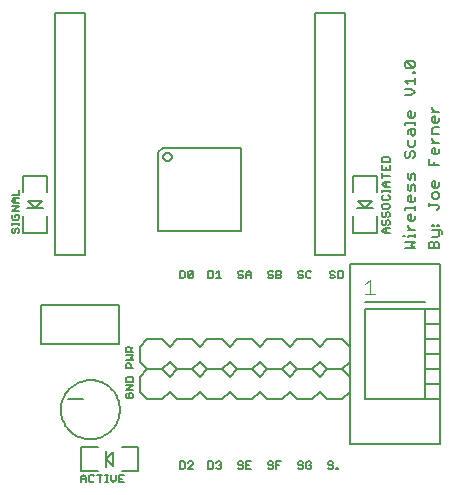
<source format=gto>
G75*
G70*
%OFA0B0*%
%FSLAX24Y24*%
%IPPOS*%
%LPD*%
%AMOC8*
5,1,8,0,0,1.08239X$1,22.5*
%
%ADD10C,0.0060*%
%ADD11C,0.0050*%
%ADD12C,0.0080*%
%ADD13C,0.0040*%
D10*
X005352Y008852D02*
X005352Y011472D01*
X005492Y011612D01*
X008112Y011612D01*
X008112Y008852D01*
X005352Y008852D01*
X005511Y011312D02*
X005513Y011335D01*
X005519Y011358D01*
X005528Y011379D01*
X005541Y011399D01*
X005557Y011416D01*
X005575Y011430D01*
X005595Y011441D01*
X005617Y011449D01*
X005640Y011453D01*
X005664Y011453D01*
X005687Y011449D01*
X005709Y011441D01*
X005729Y011430D01*
X005747Y011416D01*
X005763Y011399D01*
X005776Y011379D01*
X005785Y011358D01*
X005791Y011335D01*
X005793Y011312D01*
X005791Y011289D01*
X005785Y011266D01*
X005776Y011245D01*
X005763Y011225D01*
X005747Y011208D01*
X005729Y011194D01*
X005709Y011183D01*
X005687Y011175D01*
X005664Y011171D01*
X005640Y011171D01*
X005617Y011175D01*
X005595Y011183D01*
X005575Y011194D01*
X005557Y011208D01*
X005541Y011225D01*
X005528Y011245D01*
X005519Y011266D01*
X005513Y011289D01*
X005511Y011312D01*
X013505Y008687D02*
X013562Y008687D01*
X013675Y008687D02*
X013902Y008687D01*
X013902Y008630D02*
X013902Y008744D01*
X013902Y008876D02*
X013675Y008876D01*
X013675Y008989D02*
X013675Y009046D01*
X013675Y008989D02*
X013788Y008876D01*
X013675Y008687D02*
X013675Y008630D01*
X013562Y008489D02*
X013902Y008489D01*
X013788Y008375D01*
X013902Y008262D01*
X013562Y008262D01*
X013732Y009183D02*
X013675Y009239D01*
X013675Y009353D01*
X013732Y009409D01*
X013788Y009409D01*
X013788Y009183D01*
X013732Y009183D02*
X013845Y009183D01*
X013902Y009239D01*
X013902Y009353D01*
X013902Y009551D02*
X013902Y009664D01*
X013902Y009608D02*
X013562Y009608D01*
X013562Y009551D01*
X013732Y009796D02*
X013675Y009853D01*
X013675Y009966D01*
X013732Y010023D01*
X013788Y010023D01*
X013788Y009796D01*
X013732Y009796D02*
X013845Y009796D01*
X013902Y009853D01*
X013902Y009966D01*
X013902Y010165D02*
X013902Y010335D01*
X013845Y010391D01*
X013788Y010335D01*
X013788Y010221D01*
X013732Y010165D01*
X013675Y010221D01*
X013675Y010391D01*
X013732Y010533D02*
X013675Y010590D01*
X013675Y010760D01*
X013788Y010703D02*
X013788Y010590D01*
X013732Y010533D01*
X013902Y010533D02*
X013902Y010703D01*
X013845Y010760D01*
X013788Y010703D01*
X013845Y011270D02*
X013902Y011326D01*
X013902Y011440D01*
X013845Y011496D01*
X013788Y011496D01*
X013732Y011440D01*
X013732Y011326D01*
X013675Y011270D01*
X013618Y011270D01*
X013562Y011326D01*
X013562Y011440D01*
X013618Y011496D01*
X013732Y011638D02*
X013845Y011638D01*
X013902Y011695D01*
X013902Y011865D01*
X013845Y012006D02*
X013788Y012063D01*
X013788Y012233D01*
X013732Y012233D02*
X013902Y012233D01*
X013902Y012063D01*
X013845Y012006D01*
X013675Y012063D02*
X013675Y012176D01*
X013732Y012233D01*
X013902Y012374D02*
X013902Y012488D01*
X013902Y012431D02*
X013562Y012431D01*
X013562Y012374D01*
X013732Y012620D02*
X013675Y012677D01*
X013675Y012790D01*
X013732Y012847D01*
X013788Y012847D01*
X013788Y012620D01*
X013732Y012620D02*
X013845Y012620D01*
X013902Y012677D01*
X013902Y012790D01*
X013788Y013357D02*
X013562Y013357D01*
X013788Y013357D02*
X013902Y013470D01*
X013788Y013583D01*
X013562Y013583D01*
X013675Y013725D02*
X013562Y013838D01*
X013902Y013838D01*
X013902Y013725D02*
X013902Y013952D01*
X013902Y014093D02*
X013902Y014150D01*
X013845Y014150D01*
X013845Y014093D01*
X013902Y014093D01*
X013845Y014277D02*
X013618Y014504D01*
X013845Y014504D01*
X013902Y014447D01*
X013902Y014334D01*
X013845Y014277D01*
X013618Y014277D01*
X013562Y014334D01*
X013562Y014447D01*
X013618Y014504D01*
X014475Y012974D02*
X014475Y012918D01*
X014588Y012804D01*
X014475Y012804D02*
X014702Y012804D01*
X014588Y012663D02*
X014588Y012436D01*
X014532Y012436D02*
X014475Y012493D01*
X014475Y012606D01*
X014532Y012663D01*
X014588Y012663D01*
X014702Y012606D02*
X014702Y012493D01*
X014645Y012436D01*
X014532Y012436D01*
X014532Y012294D02*
X014702Y012294D01*
X014532Y012294D02*
X014475Y012238D01*
X014475Y012068D01*
X014702Y012068D01*
X014475Y011931D02*
X014475Y011874D01*
X014588Y011761D01*
X014475Y011761D02*
X014702Y011761D01*
X014588Y011619D02*
X014588Y011392D01*
X014532Y011392D02*
X014475Y011449D01*
X014475Y011563D01*
X014532Y011619D01*
X014588Y011619D01*
X014702Y011563D02*
X014702Y011449D01*
X014645Y011392D01*
X014532Y011392D01*
X014362Y011251D02*
X014362Y011024D01*
X014702Y011024D01*
X014532Y011024D02*
X014532Y011138D01*
X014532Y010514D02*
X014588Y010514D01*
X014588Y010287D01*
X014532Y010287D02*
X014475Y010344D01*
X014475Y010458D01*
X014532Y010514D01*
X014702Y010458D02*
X014702Y010344D01*
X014645Y010287D01*
X014532Y010287D01*
X014532Y010146D02*
X014475Y010089D01*
X014475Y009976D01*
X014532Y009919D01*
X014645Y009919D01*
X014702Y009976D01*
X014702Y010089D01*
X014645Y010146D01*
X014532Y010146D01*
X014362Y009778D02*
X014362Y009664D01*
X014362Y009721D02*
X014645Y009721D01*
X014702Y009664D01*
X014702Y009608D01*
X014645Y009551D01*
X014645Y009055D02*
X014702Y009055D01*
X014702Y008998D01*
X014645Y008998D01*
X014645Y009055D01*
X014532Y009055D02*
X014532Y008998D01*
X014475Y008998D01*
X014475Y009055D01*
X014532Y009055D01*
X014475Y008857D02*
X014759Y008857D01*
X014815Y008800D01*
X014815Y008744D01*
X014702Y008687D02*
X014702Y008857D01*
X014702Y008687D02*
X014645Y008630D01*
X014475Y008630D01*
X014475Y008489D02*
X014418Y008489D01*
X014362Y008432D01*
X014362Y008262D01*
X014702Y008262D01*
X014702Y008432D01*
X014645Y008489D01*
X014588Y008489D01*
X014532Y008432D01*
X014532Y008262D01*
X014532Y008432D02*
X014475Y008489D01*
X013732Y011638D02*
X013675Y011695D01*
X013675Y011865D01*
D11*
X002757Y000624D02*
X002757Y000457D01*
X002757Y000582D02*
X002924Y000582D01*
X002924Y000624D02*
X002924Y000457D01*
X003033Y000499D02*
X003033Y000665D01*
X003075Y000707D01*
X003158Y000707D01*
X003200Y000665D01*
X003309Y000707D02*
X003476Y000707D01*
X003393Y000707D02*
X003393Y000457D01*
X003200Y000499D02*
X003158Y000457D01*
X003075Y000457D01*
X003033Y000499D01*
X002924Y000624D02*
X002840Y000707D01*
X002757Y000624D01*
X003585Y000707D02*
X003669Y000707D01*
X003627Y000707D02*
X003627Y000457D01*
X003585Y000457D02*
X003669Y000457D01*
X003770Y000540D02*
X003770Y000707D01*
X003936Y000707D02*
X003936Y000540D01*
X003853Y000457D01*
X003770Y000540D01*
X004046Y000582D02*
X004129Y000582D01*
X004046Y000707D02*
X004046Y000457D01*
X004213Y000457D01*
X004213Y000707D02*
X004046Y000707D01*
X006057Y000907D02*
X006182Y000907D01*
X006224Y000949D01*
X006224Y001115D01*
X006182Y001157D01*
X006057Y001157D01*
X006057Y000907D01*
X006333Y000907D02*
X006500Y001074D01*
X006500Y001115D01*
X006458Y001157D01*
X006375Y001157D01*
X006333Y001115D01*
X006333Y000907D02*
X006500Y000907D01*
X007007Y000907D02*
X007132Y000907D01*
X007174Y000949D01*
X007174Y001115D01*
X007132Y001157D01*
X007007Y001157D01*
X007007Y000907D01*
X007283Y000949D02*
X007325Y000907D01*
X007408Y000907D01*
X007450Y000949D01*
X007450Y000990D01*
X007408Y001032D01*
X007366Y001032D01*
X007408Y001032D02*
X007450Y001074D01*
X007450Y001115D01*
X007408Y001157D01*
X007325Y001157D01*
X007283Y001115D01*
X008007Y001115D02*
X008007Y001074D01*
X008049Y001032D01*
X008132Y001032D01*
X008174Y000990D01*
X008174Y000949D01*
X008132Y000907D01*
X008049Y000907D01*
X008007Y000949D01*
X008007Y001115D02*
X008049Y001157D01*
X008132Y001157D01*
X008174Y001115D01*
X008283Y001157D02*
X008283Y000907D01*
X008450Y000907D01*
X008366Y001032D02*
X008283Y001032D01*
X008283Y001157D02*
X008450Y001157D01*
X009007Y001115D02*
X009007Y001074D01*
X009049Y001032D01*
X009132Y001032D01*
X009174Y000990D01*
X009174Y000949D01*
X009132Y000907D01*
X009049Y000907D01*
X009007Y000949D01*
X009007Y001115D02*
X009049Y001157D01*
X009132Y001157D01*
X009174Y001115D01*
X009283Y001157D02*
X009283Y000907D01*
X009283Y001032D02*
X009366Y001032D01*
X009283Y001157D02*
X009450Y001157D01*
X010007Y001115D02*
X010007Y001074D01*
X010049Y001032D01*
X010132Y001032D01*
X010174Y000990D01*
X010174Y000949D01*
X010132Y000907D01*
X010049Y000907D01*
X010007Y000949D01*
X010007Y001115D02*
X010049Y001157D01*
X010132Y001157D01*
X010174Y001115D01*
X010283Y001115D02*
X010325Y001157D01*
X010408Y001157D01*
X010450Y001115D01*
X010450Y001032D02*
X010366Y001032D01*
X010450Y001032D02*
X010450Y000949D01*
X010408Y000907D01*
X010325Y000907D01*
X010283Y000949D01*
X010283Y001115D01*
X011007Y001115D02*
X011007Y001074D01*
X011049Y001032D01*
X011132Y001032D01*
X011174Y000990D01*
X011174Y000949D01*
X011132Y000907D01*
X011049Y000907D01*
X011007Y000949D01*
X011007Y001115D02*
X011049Y001157D01*
X011132Y001157D01*
X011174Y001115D01*
X011283Y000949D02*
X011283Y000907D01*
X011325Y000907D01*
X011325Y000949D01*
X011283Y000949D01*
X011732Y001732D02*
X011732Y007732D01*
X014732Y007732D01*
X014732Y006232D01*
X014232Y006232D01*
X014732Y006232D02*
X014732Y005732D01*
X014232Y005732D01*
X014732Y005732D02*
X014732Y005232D01*
X014232Y005232D01*
X014232Y004732D02*
X014732Y004732D01*
X014732Y004232D01*
X014232Y004232D01*
X014732Y004232D02*
X014732Y003732D01*
X014232Y003732D01*
X014232Y003232D02*
X014732Y003232D01*
X014732Y001732D01*
X011732Y001732D01*
X014732Y003232D02*
X014732Y003732D01*
X014732Y004732D02*
X014732Y005232D01*
X013057Y008757D02*
X012890Y008757D01*
X012807Y008840D01*
X012890Y008924D01*
X013057Y008924D01*
X013015Y009033D02*
X013057Y009075D01*
X013057Y009158D01*
X013015Y009200D01*
X012973Y009200D01*
X012932Y009158D01*
X012932Y009075D01*
X012890Y009033D01*
X012848Y009033D01*
X012807Y009075D01*
X012807Y009158D01*
X012848Y009200D01*
X012848Y009309D02*
X012890Y009309D01*
X012932Y009351D01*
X012932Y009434D01*
X012973Y009476D01*
X013015Y009476D01*
X013057Y009434D01*
X013057Y009351D01*
X013015Y009309D01*
X012848Y009309D02*
X012807Y009351D01*
X012807Y009434D01*
X012848Y009476D01*
X012848Y009585D02*
X013015Y009585D01*
X013057Y009627D01*
X013057Y009711D01*
X013015Y009752D01*
X012848Y009752D01*
X012807Y009711D01*
X012807Y009627D01*
X012848Y009585D01*
X012848Y009862D02*
X013015Y009862D01*
X013057Y009903D01*
X013057Y009987D01*
X013015Y010028D01*
X013057Y010138D02*
X013057Y010221D01*
X013057Y010180D02*
X012807Y010180D01*
X012807Y010221D02*
X012807Y010138D01*
X012848Y010028D02*
X012807Y009987D01*
X012807Y009903D01*
X012848Y009862D01*
X012890Y010322D02*
X012807Y010405D01*
X012890Y010489D01*
X013057Y010489D01*
X012932Y010489D02*
X012932Y010322D01*
X012890Y010322D02*
X013057Y010322D01*
X013057Y010682D02*
X012807Y010682D01*
X012807Y010765D02*
X012807Y010598D01*
X012807Y010874D02*
X013057Y010874D01*
X013057Y011041D01*
X013057Y011151D02*
X013057Y011276D01*
X013015Y011317D01*
X012848Y011317D01*
X012807Y011276D01*
X012807Y011151D01*
X013057Y011151D01*
X012932Y010958D02*
X012932Y010874D01*
X012807Y010874D02*
X012807Y011041D01*
X012932Y008924D02*
X012932Y008757D01*
X011500Y007465D02*
X011500Y007299D01*
X011458Y007257D01*
X011333Y007257D01*
X011333Y007507D01*
X011458Y007507D01*
X011500Y007465D01*
X011224Y007465D02*
X011182Y007507D01*
X011099Y007507D01*
X011057Y007465D01*
X011057Y007424D01*
X011099Y007382D01*
X011182Y007382D01*
X011224Y007340D01*
X011224Y007299D01*
X011182Y007257D01*
X011099Y007257D01*
X011057Y007299D01*
X010450Y007299D02*
X010408Y007257D01*
X010325Y007257D01*
X010283Y007299D01*
X010283Y007465D01*
X010325Y007507D01*
X010408Y007507D01*
X010450Y007465D01*
X010174Y007465D02*
X010132Y007507D01*
X010049Y007507D01*
X010007Y007465D01*
X010007Y007424D01*
X010049Y007382D01*
X010132Y007382D01*
X010174Y007340D01*
X010174Y007299D01*
X010132Y007257D01*
X010049Y007257D01*
X010007Y007299D01*
X009450Y007299D02*
X009408Y007257D01*
X009283Y007257D01*
X009283Y007507D01*
X009408Y007507D01*
X009450Y007465D01*
X009450Y007424D01*
X009408Y007382D01*
X009283Y007382D01*
X009174Y007340D02*
X009174Y007299D01*
X009132Y007257D01*
X009049Y007257D01*
X009007Y007299D01*
X009049Y007382D02*
X009132Y007382D01*
X009174Y007340D01*
X009174Y007465D02*
X009132Y007507D01*
X009049Y007507D01*
X009007Y007465D01*
X009007Y007424D01*
X009049Y007382D01*
X009408Y007382D02*
X009450Y007340D01*
X009450Y007299D01*
X008450Y007257D02*
X008450Y007424D01*
X008366Y007507D01*
X008283Y007424D01*
X008283Y007257D01*
X008174Y007299D02*
X008174Y007340D01*
X008132Y007382D01*
X008049Y007382D01*
X008007Y007424D01*
X008007Y007465D01*
X008049Y007507D01*
X008132Y007507D01*
X008174Y007465D01*
X008283Y007382D02*
X008450Y007382D01*
X008174Y007299D02*
X008132Y007257D01*
X008049Y007257D01*
X008007Y007299D01*
X007450Y007257D02*
X007283Y007257D01*
X007366Y007257D02*
X007366Y007507D01*
X007283Y007424D01*
X007174Y007465D02*
X007132Y007507D01*
X007007Y007507D01*
X007007Y007257D01*
X007132Y007257D01*
X007174Y007299D01*
X007174Y007465D01*
X006500Y007465D02*
X006500Y007299D01*
X006458Y007257D01*
X006375Y007257D01*
X006333Y007299D01*
X006500Y007465D01*
X006458Y007507D01*
X006375Y007507D01*
X006333Y007465D01*
X006333Y007299D01*
X006224Y007299D02*
X006224Y007465D01*
X006182Y007507D01*
X006057Y007507D01*
X006057Y007257D01*
X006182Y007257D01*
X006224Y007299D01*
X004507Y004976D02*
X004423Y004893D01*
X004423Y004934D02*
X004423Y004809D01*
X004507Y004809D02*
X004257Y004809D01*
X004257Y004934D01*
X004298Y004976D01*
X004382Y004976D01*
X004423Y004934D01*
X004507Y004700D02*
X004257Y004700D01*
X004257Y004533D02*
X004507Y004533D01*
X004423Y004616D01*
X004507Y004700D01*
X004382Y004424D02*
X004298Y004424D01*
X004257Y004382D01*
X004257Y004257D01*
X004507Y004257D01*
X004423Y004257D02*
X004423Y004382D01*
X004382Y004424D01*
X004465Y003976D02*
X004298Y003976D01*
X004257Y003934D01*
X004257Y003809D01*
X004507Y003809D01*
X004507Y003934D01*
X004465Y003976D01*
X004507Y003700D02*
X004257Y003700D01*
X004257Y003533D02*
X004507Y003700D01*
X004507Y003533D02*
X004257Y003533D01*
X004298Y003424D02*
X004257Y003382D01*
X004257Y003299D01*
X004298Y003257D01*
X004465Y003257D01*
X004507Y003299D01*
X004507Y003382D01*
X004465Y003424D01*
X004382Y003424D01*
X004382Y003340D01*
X000665Y008757D02*
X000707Y008799D01*
X000707Y008882D01*
X000665Y008924D01*
X000623Y008924D01*
X000582Y008882D01*
X000582Y008799D01*
X000540Y008757D01*
X000498Y008757D01*
X000457Y008799D01*
X000457Y008882D01*
X000498Y008924D01*
X000457Y009033D02*
X000457Y009116D01*
X000457Y009075D02*
X000707Y009075D01*
X000707Y009116D02*
X000707Y009033D01*
X000665Y009217D02*
X000498Y009217D01*
X000457Y009259D01*
X000457Y009342D01*
X000498Y009384D01*
X000582Y009384D02*
X000582Y009301D01*
X000582Y009384D02*
X000665Y009384D01*
X000707Y009342D01*
X000707Y009259D01*
X000665Y009217D01*
X000707Y009493D02*
X000457Y009493D01*
X000707Y009660D01*
X000457Y009660D01*
X000540Y009770D02*
X000457Y009853D01*
X000540Y009936D01*
X000707Y009936D01*
X000707Y010046D02*
X000707Y010213D01*
X000707Y010046D02*
X000457Y010046D01*
X000582Y009936D02*
X000582Y009770D01*
X000540Y009770D02*
X000707Y009770D01*
D12*
X000838Y010126D02*
X000838Y010677D01*
X001626Y010677D01*
X001626Y010126D01*
X001468Y009850D02*
X000996Y009850D01*
X001232Y009614D01*
X001468Y009850D01*
X001507Y009614D02*
X001232Y009614D01*
X000956Y009614D01*
X000838Y009338D02*
X000838Y008787D01*
X001626Y008787D01*
X001626Y009338D01*
X001909Y008027D02*
X002893Y008027D01*
X002893Y016098D01*
X001909Y016098D01*
X001909Y008027D01*
X001442Y006382D02*
X004022Y006382D01*
X004022Y005082D01*
X001442Y005082D01*
X001442Y006382D01*
X002328Y003244D02*
X002828Y003244D01*
X002098Y002882D02*
X002100Y002944D01*
X002106Y003007D01*
X002116Y003068D01*
X002130Y003129D01*
X002147Y003189D01*
X002168Y003248D01*
X002194Y003305D01*
X002222Y003360D01*
X002254Y003414D01*
X002290Y003465D01*
X002328Y003515D01*
X002370Y003561D01*
X002414Y003605D01*
X002462Y003646D01*
X002511Y003684D01*
X002563Y003718D01*
X002617Y003749D01*
X002673Y003777D01*
X002731Y003801D01*
X002790Y003822D01*
X002850Y003838D01*
X002911Y003851D01*
X002973Y003860D01*
X003035Y003865D01*
X003098Y003866D01*
X003160Y003863D01*
X003222Y003856D01*
X003284Y003845D01*
X003344Y003830D01*
X003404Y003812D01*
X003462Y003790D01*
X003519Y003764D01*
X003574Y003734D01*
X003627Y003701D01*
X003678Y003665D01*
X003726Y003626D01*
X003772Y003583D01*
X003815Y003538D01*
X003855Y003490D01*
X003892Y003440D01*
X003926Y003387D01*
X003957Y003333D01*
X003983Y003277D01*
X004007Y003219D01*
X004026Y003159D01*
X004042Y003099D01*
X004054Y003037D01*
X004062Y002976D01*
X004066Y002913D01*
X004066Y002851D01*
X004062Y002788D01*
X004054Y002727D01*
X004042Y002665D01*
X004026Y002605D01*
X004007Y002545D01*
X003983Y002487D01*
X003957Y002431D01*
X003926Y002377D01*
X003892Y002324D01*
X003855Y002274D01*
X003815Y002226D01*
X003772Y002181D01*
X003726Y002138D01*
X003678Y002099D01*
X003627Y002063D01*
X003574Y002030D01*
X003519Y002000D01*
X003462Y001974D01*
X003404Y001952D01*
X003344Y001934D01*
X003284Y001919D01*
X003222Y001908D01*
X003160Y001901D01*
X003098Y001898D01*
X003035Y001899D01*
X002973Y001904D01*
X002911Y001913D01*
X002850Y001926D01*
X002790Y001942D01*
X002731Y001963D01*
X002673Y001987D01*
X002617Y002015D01*
X002563Y002046D01*
X002511Y002080D01*
X002462Y002118D01*
X002414Y002159D01*
X002370Y002203D01*
X002328Y002249D01*
X002290Y002299D01*
X002254Y002350D01*
X002222Y002404D01*
X002194Y002459D01*
X002168Y002516D01*
X002147Y002575D01*
X002130Y002635D01*
X002116Y002696D01*
X002106Y002757D01*
X002100Y002820D01*
X002098Y002882D01*
X002787Y001626D02*
X003338Y001626D01*
X003614Y001507D02*
X003614Y001232D01*
X003850Y001468D01*
X003850Y000996D01*
X003614Y001232D01*
X003614Y000956D01*
X003338Y000838D02*
X002787Y000838D01*
X002787Y001626D01*
X004126Y001626D02*
X004677Y001626D01*
X004677Y000838D01*
X004126Y000838D01*
X004982Y003232D02*
X005482Y003232D01*
X005732Y003482D01*
X005982Y003232D01*
X006482Y003232D01*
X006732Y003482D01*
X006982Y003232D01*
X007482Y003232D01*
X007732Y003482D01*
X007982Y003232D01*
X008482Y003232D01*
X008732Y003482D01*
X008982Y003232D01*
X009482Y003232D01*
X009732Y003482D01*
X009982Y003232D01*
X010482Y003232D01*
X010732Y003482D01*
X010982Y003232D01*
X011482Y003232D01*
X011732Y003482D01*
X011732Y003982D01*
X011482Y004232D01*
X010982Y004232D01*
X010732Y003982D01*
X010482Y004232D01*
X009982Y004232D01*
X009732Y003982D01*
X009482Y004232D01*
X008982Y004232D01*
X008732Y003982D01*
X008482Y004232D01*
X007982Y004232D01*
X007732Y003982D01*
X007482Y004232D01*
X006982Y004232D01*
X006732Y003982D01*
X006482Y004232D01*
X005982Y004232D01*
X005732Y003982D01*
X005482Y004232D01*
X004982Y004232D01*
X004732Y003982D01*
X004732Y003482D01*
X004982Y003232D01*
X004982Y004232D02*
X005482Y004232D01*
X005732Y004482D01*
X005982Y004232D01*
X006482Y004232D01*
X006732Y004482D01*
X006982Y004232D01*
X007482Y004232D01*
X007732Y004482D01*
X007982Y004232D01*
X008482Y004232D01*
X008732Y004482D01*
X008982Y004232D01*
X009482Y004232D01*
X009732Y004482D01*
X009982Y004232D01*
X010482Y004232D01*
X010732Y004482D01*
X010982Y004232D01*
X011482Y004232D01*
X011732Y004482D01*
X011732Y004982D01*
X011482Y005232D01*
X010982Y005232D01*
X010732Y004982D01*
X010482Y005232D01*
X009982Y005232D01*
X009732Y004982D01*
X009482Y005232D01*
X008982Y005232D01*
X008732Y004982D01*
X008482Y005232D01*
X007982Y005232D01*
X007732Y004982D01*
X007482Y005232D01*
X006982Y005232D01*
X006732Y004982D01*
X006482Y005232D01*
X005982Y005232D01*
X005732Y004982D01*
X005482Y005232D01*
X004982Y005232D01*
X004732Y004982D01*
X004732Y004482D01*
X004982Y004232D01*
X010570Y008027D02*
X010570Y016098D01*
X011555Y016098D01*
X011555Y008027D01*
X010570Y008027D01*
X011838Y008787D02*
X011838Y009338D01*
X011956Y009614D02*
X012232Y009614D01*
X011996Y009850D01*
X012468Y009850D01*
X012232Y009614D01*
X012507Y009614D01*
X012626Y009338D02*
X012626Y008787D01*
X011838Y008787D01*
X011838Y010126D02*
X011838Y010677D01*
X012626Y010677D01*
X012626Y010126D01*
X012232Y006482D02*
X014232Y006482D01*
X014232Y006232D02*
X012232Y006232D01*
X012232Y003232D01*
X014232Y003232D01*
X014232Y003732D01*
X014232Y004232D01*
X014232Y004732D01*
X014232Y005232D01*
X014232Y005732D01*
X014232Y006232D01*
D13*
X012559Y006752D02*
X012252Y006752D01*
X012405Y006752D02*
X012405Y007212D01*
X012252Y007059D01*
M02*

</source>
